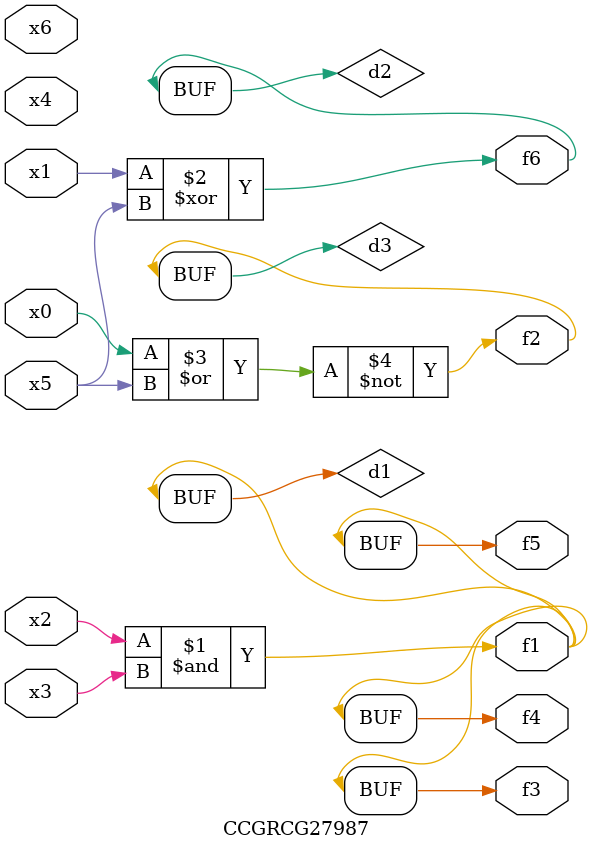
<source format=v>
module CCGRCG27987(
	input x0, x1, x2, x3, x4, x5, x6,
	output f1, f2, f3, f4, f5, f6
);

	wire d1, d2, d3;

	and (d1, x2, x3);
	xor (d2, x1, x5);
	nor (d3, x0, x5);
	assign f1 = d1;
	assign f2 = d3;
	assign f3 = d1;
	assign f4 = d1;
	assign f5 = d1;
	assign f6 = d2;
endmodule

</source>
